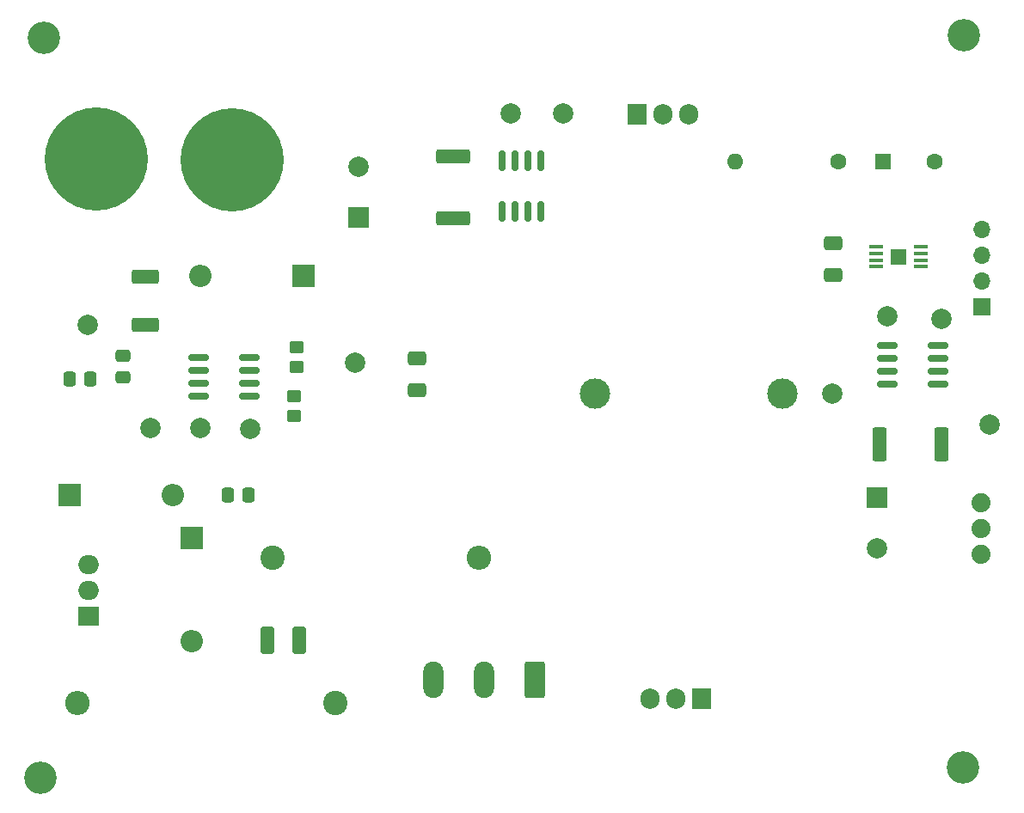
<source format=gbr>
%TF.GenerationSoftware,KiCad,Pcbnew,(6.0.1)*%
%TF.CreationDate,2022-03-30T23:18:15-05:00*%
%TF.ProjectId,system_voltages,73797374-656d-45f7-966f-6c7461676573,rev?*%
%TF.SameCoordinates,Original*%
%TF.FileFunction,Soldermask,Top*%
%TF.FilePolarity,Negative*%
%FSLAX46Y46*%
G04 Gerber Fmt 4.6, Leading zero omitted, Abs format (unit mm)*
G04 Created by KiCad (PCBNEW (6.0.1)) date 2022-03-30 23:18:15*
%MOMM*%
%LPD*%
G01*
G04 APERTURE LIST*
G04 Aperture macros list*
%AMRoundRect*
0 Rectangle with rounded corners*
0 $1 Rounding radius*
0 $2 $3 $4 $5 $6 $7 $8 $9 X,Y pos of 4 corners*
0 Add a 4 corners polygon primitive as box body*
4,1,4,$2,$3,$4,$5,$6,$7,$8,$9,$2,$3,0*
0 Add four circle primitives for the rounded corners*
1,1,$1+$1,$2,$3*
1,1,$1+$1,$4,$5*
1,1,$1+$1,$6,$7*
1,1,$1+$1,$8,$9*
0 Add four rect primitives between the rounded corners*
20,1,$1+$1,$2,$3,$4,$5,0*
20,1,$1+$1,$4,$5,$6,$7,0*
20,1,$1+$1,$6,$7,$8,$9,0*
20,1,$1+$1,$8,$9,$2,$3,0*%
G04 Aperture macros list end*
%ADD10C,1.600000*%
%ADD11O,1.600000X1.600000*%
%ADD12RoundRect,0.250000X-0.650000X0.412500X-0.650000X-0.412500X0.650000X-0.412500X0.650000X0.412500X0*%
%ADD13RoundRect,0.249999X-0.450001X-1.425001X0.450001X-1.425001X0.450001X1.425001X-0.450001X1.425001X0*%
%ADD14RoundRect,0.250000X-0.475000X0.337500X-0.475000X-0.337500X0.475000X-0.337500X0.475000X0.337500X0*%
%ADD15C,1.879600*%
%ADD16R,2.200000X2.200000*%
%ADD17O,2.200000X2.200000*%
%ADD18C,10.160000*%
%ADD19C,3.000000*%
%ADD20RoundRect,0.250000X0.750000X1.550000X-0.750000X1.550000X-0.750000X-1.550000X0.750000X-1.550000X0*%
%ADD21O,2.000000X3.600000*%
%ADD22C,2.000000*%
%ADD23C,2.400000*%
%ADD24O,2.400000X2.400000*%
%ADD25RoundRect,0.250000X-0.412500X-1.100000X0.412500X-1.100000X0.412500X1.100000X-0.412500X1.100000X0*%
%ADD26RoundRect,0.150000X0.825000X0.150000X-0.825000X0.150000X-0.825000X-0.150000X0.825000X-0.150000X0*%
%ADD27C,3.200000*%
%ADD28RoundRect,0.249999X1.075001X-0.450001X1.075001X0.450001X-1.075001X0.450001X-1.075001X-0.450001X0*%
%ADD29R,1.600000X1.600000*%
%ADD30R,2.000000X2.000000*%
%ADD31RoundRect,0.150000X0.150000X-0.825000X0.150000X0.825000X-0.150000X0.825000X-0.150000X-0.825000X0*%
%ADD32R,1.700000X1.700000*%
%ADD33O,1.700000X1.700000*%
%ADD34RoundRect,0.150000X-0.825000X-0.150000X0.825000X-0.150000X0.825000X0.150000X-0.825000X0.150000X0*%
%ADD35RoundRect,0.250000X-0.450000X0.350000X-0.450000X-0.350000X0.450000X-0.350000X0.450000X0.350000X0*%
%ADD36R,2.000000X1.905000*%
%ADD37O,2.000000X1.905000*%
%ADD38R,1.905000X2.000000*%
%ADD39O,1.905000X2.000000*%
%ADD40RoundRect,0.250000X-0.337500X-0.475000X0.337500X-0.475000X0.337500X0.475000X-0.337500X0.475000X0*%
%ADD41RoundRect,0.249999X-1.425001X0.450001X-1.425001X-0.450001X1.425001X-0.450001X1.425001X0.450001X0*%
%ADD42R,1.400000X0.450000*%
%ADD43R,1.650000X1.510000*%
G04 APERTURE END LIST*
D10*
%TO.C,R10*%
X136855200Y-95402400D03*
D11*
X126695200Y-95402400D03*
%TD*%
D12*
%TO.C,C9*%
X136321800Y-103441100D03*
X136321800Y-106566100D03*
%TD*%
D13*
%TO.C,R9*%
X140917200Y-123266200D03*
X147017200Y-123266200D03*
%TD*%
D14*
%TO.C,C4*%
X66395600Y-114557900D03*
X66395600Y-116632900D03*
%TD*%
D15*
%TO.C,U5*%
X150883899Y-128986200D03*
X150883899Y-131526200D03*
X150883899Y-134066200D03*
%TD*%
D16*
%TO.C,D2*%
X73152000Y-132461000D03*
D17*
X73152000Y-142621000D03*
%TD*%
D18*
%TO.C,J1*%
X63804800Y-95199200D03*
%TD*%
D19*
%TO.C,L1*%
X112873200Y-118287800D03*
X131373200Y-118287800D03*
%TD*%
D20*
%TO.C,J3*%
X106930200Y-146495900D03*
D21*
X101930200Y-146495900D03*
X96930200Y-146495900D03*
%TD*%
D22*
%TO.C,J6*%
X141681200Y-110667800D03*
%TD*%
D23*
%TO.C,R2*%
X81102200Y-134442200D03*
D24*
X101422200Y-134442200D03*
%TD*%
D25*
%TO.C,C2*%
X80631900Y-142544800D03*
X83756900Y-142544800D03*
%TD*%
D26*
%TO.C,U4*%
X146645400Y-117373400D03*
X146645400Y-116103400D03*
X146645400Y-114833400D03*
X146645400Y-113563400D03*
X141695400Y-113563400D03*
X141695400Y-114833400D03*
X141695400Y-116103400D03*
X141695400Y-117373400D03*
%TD*%
D27*
%TO.C,H4*%
X149199600Y-82981800D03*
%TD*%
D12*
%TO.C,C6*%
X95326200Y-114801906D03*
X95326200Y-117926906D03*
%TD*%
D22*
%TO.C,J12*%
X89255600Y-115265200D03*
%TD*%
D27*
%TO.C,H2*%
X58648600Y-83261200D03*
%TD*%
D28*
%TO.C,R4*%
X68630800Y-111518400D03*
X68630800Y-106718400D03*
%TD*%
D29*
%TO.C,C8*%
X141285149Y-95453200D03*
D10*
X146285149Y-95453200D03*
%TD*%
D30*
%TO.C,C5*%
X89560400Y-100919677D03*
D22*
X89560400Y-95919677D03*
%TD*%
%TO.C,J14*%
X69138800Y-121666000D03*
%TD*%
D31*
%TO.C,U1*%
X103759000Y-100315800D03*
X105029000Y-100315800D03*
X106299000Y-100315800D03*
X107569000Y-100315800D03*
X107569000Y-95365800D03*
X106299000Y-95365800D03*
X105029000Y-95365800D03*
X103759000Y-95365800D03*
%TD*%
D18*
%TO.C,J2*%
X77165200Y-95250000D03*
%TD*%
D32*
%TO.C,J4*%
X150977600Y-109743400D03*
D33*
X150977600Y-107203400D03*
X150977600Y-104663400D03*
X150977600Y-102123400D03*
%TD*%
D23*
%TO.C,R1*%
X87299800Y-148767800D03*
D24*
X61899800Y-148767800D03*
%TD*%
D27*
%TO.C,H3*%
X149098000Y-155067000D03*
%TD*%
D34*
%TO.C,U3*%
X73878000Y-114681000D03*
X73878000Y-115951000D03*
X73878000Y-117221000D03*
X73878000Y-118491000D03*
X78828000Y-118491000D03*
X78828000Y-117221000D03*
X78828000Y-115951000D03*
X78828000Y-114681000D03*
%TD*%
D35*
%TO.C,R5*%
X83211000Y-118507000D03*
X83211000Y-120507000D03*
%TD*%
%TO.C,R7*%
X83465000Y-113681000D03*
X83465000Y-115681000D03*
%TD*%
D36*
%TO.C,U2*%
X63022600Y-140208000D03*
D37*
X63022600Y-137668000D03*
X63022600Y-135128000D03*
%TD*%
D22*
%TO.C,J10*%
X136271000Y-118237000D03*
%TD*%
D30*
%TO.C,C7*%
X140665200Y-128543923D03*
D22*
X140665200Y-133543923D03*
%TD*%
%TO.C,J8*%
X104622600Y-90652600D03*
%TD*%
D38*
%TO.C,Q2*%
X123367800Y-148310600D03*
D39*
X120827800Y-148310600D03*
X118287800Y-148310600D03*
%TD*%
D40*
%TO.C,C3*%
X76711900Y-128244600D03*
X78786900Y-128244600D03*
%TD*%
D22*
%TO.C,J5*%
X109778800Y-90652600D03*
%TD*%
%TO.C,J16*%
X146964400Y-110947200D03*
%TD*%
D41*
%TO.C,R3*%
X98907600Y-94917800D03*
X98907600Y-101017800D03*
%TD*%
D38*
%TO.C,Q1*%
X117068600Y-90759400D03*
D39*
X119608600Y-90759400D03*
X122148600Y-90759400D03*
%TD*%
D42*
%TO.C,IC1*%
X140573400Y-103825400D03*
X140573400Y-104475400D03*
X140573400Y-105125400D03*
X140573400Y-105775400D03*
X144973400Y-105775400D03*
X144973400Y-105125400D03*
X144973400Y-104475400D03*
X144973400Y-103825400D03*
D43*
X142773400Y-104800400D03*
%TD*%
D27*
%TO.C,H1*%
X58293000Y-156083000D03*
%TD*%
D22*
%TO.C,J15*%
X73990200Y-121666000D03*
%TD*%
%TO.C,J13*%
X151765000Y-121285000D03*
%TD*%
D16*
%TO.C,D1*%
X61188600Y-128270000D03*
D17*
X71348600Y-128270000D03*
%TD*%
D16*
%TO.C,D3*%
X84175600Y-106705400D03*
D17*
X74015600Y-106705400D03*
%TD*%
D40*
%TO.C,C1*%
X61116300Y-116865400D03*
X63191300Y-116865400D03*
%TD*%
D22*
%TO.C,J11*%
X78943200Y-121716800D03*
%TD*%
%TO.C,J7*%
X62941200Y-111506000D03*
%TD*%
M02*

</source>
